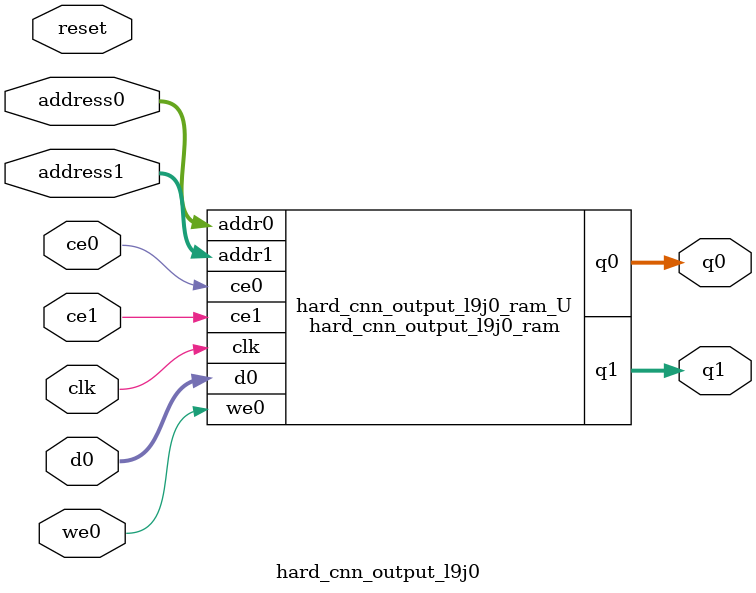
<source format=v>
`timescale 1 ns / 1 ps
module hard_cnn_output_l9j0_ram (addr0, ce0, d0, we0, q0, addr1, ce1, q1,  clk);

parameter DWIDTH = 32;
parameter AWIDTH = 4;
parameter MEM_SIZE = 9;

input[AWIDTH-1:0] addr0;
input ce0;
input[DWIDTH-1:0] d0;
input we0;
output reg[DWIDTH-1:0] q0;
input[AWIDTH-1:0] addr1;
input ce1;
output reg[DWIDTH-1:0] q1;
input clk;

(* ram_style = "distributed" *)reg [DWIDTH-1:0] ram[0:MEM_SIZE-1];




always @(posedge clk)  
begin 
    if (ce0) begin
        if (we0) 
            ram[addr0] <= d0; 
        q0 <= ram[addr0];
    end
end


always @(posedge clk)  
begin 
    if (ce1) begin
        q1 <= ram[addr1];
    end
end


endmodule

`timescale 1 ns / 1 ps
module hard_cnn_output_l9j0(
    reset,
    clk,
    address0,
    ce0,
    we0,
    d0,
    q0,
    address1,
    ce1,
    q1);

parameter DataWidth = 32'd32;
parameter AddressRange = 32'd9;
parameter AddressWidth = 32'd4;
input reset;
input clk;
input[AddressWidth - 1:0] address0;
input ce0;
input we0;
input[DataWidth - 1:0] d0;
output[DataWidth - 1:0] q0;
input[AddressWidth - 1:0] address1;
input ce1;
output[DataWidth - 1:0] q1;



hard_cnn_output_l9j0_ram hard_cnn_output_l9j0_ram_U(
    .clk( clk ),
    .addr0( address0 ),
    .ce0( ce0 ),
    .we0( we0 ),
    .d0( d0 ),
    .q0( q0 ),
    .addr1( address1 ),
    .ce1( ce1 ),
    .q1( q1 ));

endmodule


</source>
